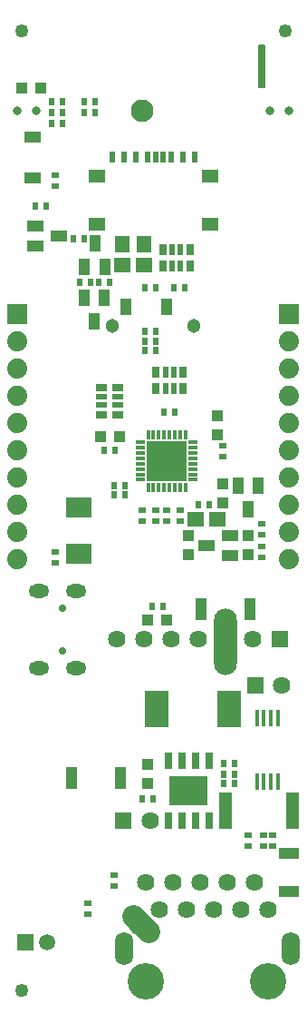
<source format=gbr>
G04 #@! TF.GenerationSoftware,KiCad,Pcbnew,5.1.0-rc2-unknown-036be7d~80~ubuntu16.04.1*
G04 #@! TF.CreationDate,2021-12-23T14:11:39+02:00*
G04 #@! TF.ProjectId,ESP32-PoE-ISO_Rev_I,45535033-322d-4506-9f45-2d49534f5f52,I*
G04 #@! TF.SameCoordinates,Original*
G04 #@! TF.FileFunction,Soldermask,Bot*
G04 #@! TF.FilePolarity,Negative*
%FSLAX46Y46*%
G04 Gerber Fmt 4.6, Leading zero omitted, Abs format (unit mm)*
G04 Created by KiCad (PCBNEW 5.1.0-rc2-unknown-036be7d~80~ubuntu16.04.1) date 2021-12-23 14:11:39*
%MOMM*%
%LPD*%
G04 APERTURE LIST*
%ADD10C,2.101600*%
%ADD11C,0.801600*%
%ADD12R,1.117600X1.117600*%
%ADD13R,0.601600X0.651600*%
%ADD14R,1.117600X2.133600*%
%ADD15C,1.625600*%
%ADD16R,1.625600X1.625600*%
%ADD17R,1.501600X1.501600*%
%ADD18C,1.501600*%
%ADD19R,2.301600X3.501600*%
%ADD20R,0.651600X0.601600*%
%ADD21C,2.133600*%
%ADD22C,2.133600*%
%ADD23R,1.371600X1.625600*%
%ADD24C,1.254000*%
%ADD25R,1.501600X1.101600*%
%ADD26C,1.879600*%
%ADD27R,1.879600X1.879600*%
%ADD28R,1.101600X1.501600*%
%ADD29R,1.625600X1.371600*%
%ADD30R,1.879600X1.117600*%
%ADD31R,0.601600X1.101600*%
%ADD32R,1.601600X1.301600*%
%ADD33R,0.482600X1.117600*%
%ADD34R,0.736600X1.117600*%
%ADD35R,3.701600X3.701600*%
%ADD36R,0.501600X0.501600*%
%ADD37R,1.524000X1.524000*%
%ADD38R,0.351600X0.901600*%
%ADD39R,0.901600X0.351600*%
%ADD40O,2.133600X6.197600*%
%ADD41C,1.301600*%
%ADD42R,1.117600X0.482600*%
%ADD43R,1.117600X0.736600*%
%ADD44C,0.701600*%
%ADD45O,1.901600X1.301600*%
%ADD46R,2.387600X1.879600*%
%ADD47C,3.401601*%
%ADD48O,1.701600X3.101599*%
%ADD49R,0.451600X1.601600*%
%ADD50R,3.601600X2.701600*%
%ADD51R,0.701600X1.501600*%
%ADD52C,1.901600*%
%ADD53R,1.301600X3.501601*%
%ADD54C,0.203200*%
G04 APERTURE END LIST*
D10*
X103140000Y-104235000D03*
D11*
X115059000Y-104267000D03*
X116859000Y-104267000D03*
X91421000Y-104267000D03*
X93221000Y-104267000D03*
D12*
X91821000Y-102108000D03*
X93599000Y-102108000D03*
D13*
X97663000Y-103378000D03*
X98679000Y-103378000D03*
D14*
X101092000Y-166497000D03*
X96520000Y-166497000D03*
X113157000Y-150749000D03*
X108585000Y-150749000D03*
D15*
X113411000Y-153543000D03*
D16*
X115951000Y-153543000D03*
D15*
X108331000Y-153543000D03*
X105791000Y-153543000D03*
X100711000Y-153543000D03*
X103251000Y-153543000D03*
D17*
X92209620Y-181759860D03*
D18*
X94221300Y-181757320D03*
D19*
X104423000Y-160020000D03*
X111223000Y-160020000D03*
D15*
X103866000Y-170434000D03*
D16*
X101366000Y-170434000D03*
D20*
X94996000Y-145415000D03*
X94996000Y-146431000D03*
D21*
X102971600Y-180098700D03*
D22*
X102253180Y-179380280D02*
X103690020Y-180817120D01*
D13*
X94615000Y-104394000D03*
X95631000Y-104394000D03*
X94615000Y-103378000D03*
X95631000Y-103378000D03*
X95631000Y-105410000D03*
X94615000Y-105410000D03*
D12*
X105410000Y-151765000D03*
X103632000Y-151765000D03*
D20*
X114300000Y-142748000D03*
X114300000Y-143764000D03*
D12*
X113030000Y-143891000D03*
X113030000Y-145669000D03*
D23*
X103251000Y-116713000D03*
X101219000Y-116713000D03*
D24*
X91821000Y-186309000D03*
X116459000Y-96774000D03*
X91821000Y-96774000D03*
D13*
X106172000Y-132334000D03*
X105156000Y-132334000D03*
X99568000Y-135890000D03*
X100584000Y-135890000D03*
X101473000Y-139192000D03*
X100457000Y-139192000D03*
X109347000Y-140970000D03*
X108331000Y-140970000D03*
X94107000Y-113157000D03*
X93091000Y-113157000D03*
D20*
X94996000Y-111252000D03*
X94996000Y-110236000D03*
D13*
X104394000Y-126619000D03*
X103378000Y-126619000D03*
X104394000Y-124841000D03*
X103378000Y-124841000D03*
X104394000Y-120777000D03*
X103378000Y-120777000D03*
X104394000Y-125730000D03*
X103378000Y-125730000D03*
X100457000Y-140081000D03*
X101473000Y-140081000D03*
D20*
X110617000Y-136525000D03*
X110617000Y-135509000D03*
X105410000Y-141478000D03*
X105410000Y-142494000D03*
X106680000Y-142494000D03*
X106680000Y-141478000D03*
X103124000Y-142494000D03*
X103124000Y-141478000D03*
X104394000Y-142494000D03*
X104394000Y-141478000D03*
X114300000Y-145923000D03*
X114300000Y-144907000D03*
D13*
X105029000Y-150495000D03*
X104013000Y-150495000D03*
X96647000Y-116205000D03*
X97663000Y-116205000D03*
D25*
X111343440Y-143830040D03*
X111343440Y-145732500D03*
X109133640Y-144777460D03*
D26*
X116840000Y-146080000D03*
X116840000Y-143540000D03*
X116840000Y-138460000D03*
X116840000Y-141000000D03*
X116840000Y-135920000D03*
X116840000Y-133380000D03*
D27*
X116840000Y-123220000D03*
D26*
X116840000Y-125760000D03*
X116840000Y-128300000D03*
X116840000Y-130840000D03*
X91440000Y-130840000D03*
X91440000Y-128300000D03*
X91440000Y-125760000D03*
D27*
X91440000Y-123220000D03*
D26*
X91440000Y-133380000D03*
X91440000Y-135920000D03*
X91440000Y-141000000D03*
X91440000Y-138460000D03*
X91440000Y-143540000D03*
X91440000Y-146080000D03*
D28*
X99628960Y-118836440D03*
X97726500Y-118836440D03*
X98681540Y-116626640D03*
D29*
X101219000Y-118618000D03*
X103251000Y-118618000D03*
D30*
X116840000Y-177038000D03*
X116840000Y-173482000D03*
D31*
X100290000Y-108587000D03*
X101390000Y-108587000D03*
X102490000Y-108587000D03*
X103590000Y-108587000D03*
X104340000Y-108587000D03*
X105040000Y-108587000D03*
X105790000Y-108587000D03*
X106890000Y-108587000D03*
X107990000Y-108587000D03*
D32*
X109440000Y-110337000D03*
X98840000Y-110337000D03*
X109440000Y-114787000D03*
X98840000Y-114787000D03*
D12*
X110109000Y-134493000D03*
X110109000Y-132715000D03*
X99187000Y-134620000D03*
X100965000Y-134620000D03*
X107442000Y-143891000D03*
X107442000Y-145669000D03*
X110617000Y-140843000D03*
X110617000Y-139065000D03*
D33*
X106045000Y-128651000D03*
X105283000Y-128651000D03*
X106045000Y-130175000D03*
X105283000Y-130175000D03*
D34*
X106934000Y-128651000D03*
X106934000Y-130175000D03*
X104394000Y-128651000D03*
X104394000Y-130175000D03*
D28*
X97663000Y-121666000D03*
X99565460Y-121666000D03*
X98610420Y-123875800D03*
D29*
X110109000Y-142367000D03*
X108077000Y-142367000D03*
D13*
X98679000Y-104394000D03*
X97663000Y-104394000D03*
D28*
X105405000Y-122555000D03*
X101605000Y-122555000D03*
D13*
X106045000Y-120777000D03*
X107061000Y-120777000D03*
D35*
X105410000Y-136906000D03*
D36*
X106710000Y-137406000D03*
X106710000Y-136406000D03*
X105910000Y-135606000D03*
X104910000Y-135606000D03*
X104110000Y-136406000D03*
X104110000Y-137406000D03*
X104910000Y-138206000D03*
X105910000Y-138206000D03*
D37*
X105410000Y-136906000D03*
D38*
X103660000Y-139356000D03*
X104160000Y-139356000D03*
X104660000Y-139356000D03*
X105160000Y-139356000D03*
X105660000Y-139356000D03*
X106160000Y-139356000D03*
X106660000Y-139356000D03*
X107160000Y-139356000D03*
D39*
X107860000Y-138656000D03*
X107860000Y-138156000D03*
X107860000Y-137656000D03*
X107860000Y-137156000D03*
X107860000Y-136656000D03*
X107860000Y-136156000D03*
X107860000Y-135656000D03*
X107860000Y-135156000D03*
D38*
X107160000Y-134456000D03*
X106660000Y-134456000D03*
X106160000Y-134456000D03*
X105660000Y-134456000D03*
X105160000Y-134456000D03*
X104660000Y-134456000D03*
X104160000Y-134456000D03*
X103660000Y-134456000D03*
D39*
X102960000Y-135156000D03*
X102960000Y-135656000D03*
X102960000Y-136156000D03*
X102960000Y-136656000D03*
X102960000Y-137156000D03*
X102960000Y-137656000D03*
X102960000Y-138156000D03*
X102960000Y-138656000D03*
D13*
X100076000Y-120269000D03*
X99060000Y-120269000D03*
X98298000Y-120269000D03*
X97282000Y-120269000D03*
D25*
X95334000Y-115951000D03*
X93134000Y-115001000D03*
X93134000Y-116901000D03*
D28*
X113027460Y-141437360D03*
X113982500Y-139227560D03*
X112080040Y-139227560D03*
D34*
X105029000Y-118745000D03*
X105029000Y-117221000D03*
X107569000Y-118745000D03*
X107569000Y-117221000D03*
D33*
X105918000Y-118745000D03*
X106680000Y-118745000D03*
X105918000Y-117221000D03*
X106680000Y-117221000D03*
D40*
X110871000Y-153733500D03*
D41*
X107950000Y-124333000D03*
X100330000Y-124333000D03*
D42*
X99314000Y-130937000D03*
X99314000Y-131699000D03*
X100838000Y-130937000D03*
X100838000Y-131699000D03*
D43*
X99314000Y-130048000D03*
X100838000Y-130048000D03*
X99314000Y-132588000D03*
X100838000Y-132588000D03*
D44*
X95626000Y-150654000D03*
X95626000Y-154654000D03*
D45*
X93476000Y-149054000D03*
X96946000Y-149054000D03*
X96946000Y-156254000D03*
X93476000Y-156254000D03*
D46*
X97155000Y-145560000D03*
X97155000Y-141206000D03*
D47*
X114915000Y-185443000D03*
X103485000Y-185443000D03*
D48*
X117000000Y-182393000D03*
X101400000Y-182393000D03*
D15*
X114915000Y-178793000D03*
X113645000Y-176253000D03*
X112375000Y-178793000D03*
X111105000Y-176253000D03*
X109835000Y-178793000D03*
X108565000Y-176253000D03*
X107295000Y-178793000D03*
X106025000Y-176253000D03*
X104755000Y-178793000D03*
X103485000Y-176253000D03*
D25*
X92837000Y-110485000D03*
X92837000Y-106685000D03*
D20*
X100457000Y-175514000D03*
X100457000Y-176530000D03*
X98044000Y-179197000D03*
X98044000Y-178181000D03*
D13*
X111760000Y-167005000D03*
X110744000Y-167005000D03*
D15*
X116185000Y-157861000D03*
D16*
X113685000Y-157861000D03*
D20*
X113030000Y-171831000D03*
X113030000Y-172847000D03*
X115316000Y-172847000D03*
X115316000Y-171831000D03*
X114427000Y-172847000D03*
X114427000Y-171831000D03*
D13*
X103124000Y-168402000D03*
X104140000Y-168402000D03*
X110744000Y-165100000D03*
X111760000Y-165100000D03*
X111760000Y-166116000D03*
X110744000Y-166116000D03*
D49*
X115783000Y-160880000D03*
X115133000Y-160880000D03*
X114483000Y-160880000D03*
X113833000Y-160880000D03*
X113833000Y-166780000D03*
X114483000Y-166780000D03*
X115133000Y-166780000D03*
X115783000Y-166780000D03*
D50*
X107442000Y-167646000D03*
D51*
X105537000Y-170446000D03*
X106807000Y-170446000D03*
X108077000Y-170446000D03*
X109347000Y-170446000D03*
X109347000Y-164846000D03*
X108077000Y-164846000D03*
X106807000Y-164846000D03*
X105537000Y-164846000D03*
D52*
X107442000Y-167646000D03*
D12*
X103632000Y-165227000D03*
X103632000Y-167005000D03*
D53*
X117196000Y-169545000D03*
X110896000Y-169545000D03*
D54*
G36*
X114579400Y-102006400D02*
G01*
X114020600Y-102006400D01*
X114020600Y-98145600D01*
X114579400Y-98145600D01*
X114579400Y-102006400D01*
X114579400Y-102006400D01*
G37*
X114579400Y-102006400D02*
X114020600Y-102006400D01*
X114020600Y-98145600D01*
X114579400Y-98145600D01*
X114579400Y-102006400D01*
M02*

</source>
